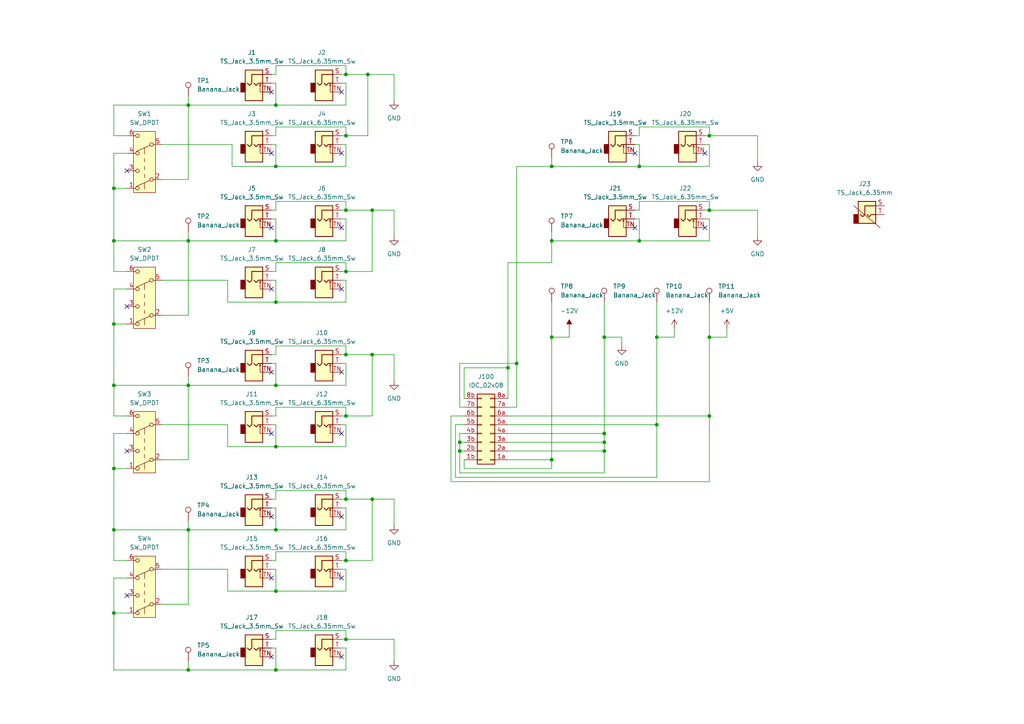
<source format=kicad_sch>
(kicad_sch (version 20231120) (generator "eeschema") (generator_version "8.0")
  (paper "A4")
  (lib_symbols
    (symbol "Synth_Stuff:Banana_Jack" (pin_numbers hide) (pin_names (offset 0.762) hide)
      (property "Reference" "TP" (at 2.54 4.5721 0))
      (property "Value" "Banana_Jack" (at 2.54 2.0321 0))
      (symbol "Banana_Jack_0_1"
        (circle (center 0 3.302) (radius 0.762))
      )
      (symbol "Banana_Jack_1_1"
        (pin passive line (at 0 0 90) (length 2.54) (name "1") (number "1"))
      )
    )
    (symbol "Synth_Stuff:Eurorack_Power_Connector_16Pin" (pin_names (offset 1.016) hide)
      (property "Reference" "J" (at 1.27 -16.51 0))
      (property "Value" "IDC_02x08" (at 1.27 -13.97 0))
      (symbol "Eurorack_Power_Connector_16Pin_1_1"
        (rectangle (start -1.27 -10.033) (end 0 -10.287) (stroke (width 0.1524)))
        (rectangle (start -1.27 -7.493) (end 0 -7.747) (stroke (width 0.1524)))
        (rectangle (start -1.27 -4.953) (end 0 -5.207) (stroke (width 0.1524)))
        (rectangle (start -1.27 -2.413) (end 0 -2.667) (stroke (width 0.1524)))
        (rectangle (start -1.27 0.127) (end 0 -0.127) (stroke (width 0.1524)))
        (rectangle (start -1.27 2.667) (end 0 2.413) (stroke (width 0.1524)))
        (rectangle (start -1.27 5.207) (end 0 4.953) (stroke (width 0.1524)))
        (rectangle (start -1.27 7.747) (end 0 7.493) (stroke (width 0.1524)))
        (rectangle (start -1.27 8.89) (end 3.81 -11.43) (stroke (width 0.254)) (fill (type background)))
        (rectangle (start 3.81 -10.033) (end 2.54 -10.287) (stroke (width 0.1524)))
        (rectangle (start 3.81 -7.493) (end 2.54 -7.747) (stroke (width 0.1524)))
        (rectangle (start 3.81 -4.953) (end 2.54 -5.207) (stroke (width 0.1524)))
        (rectangle (start 3.81 -2.413) (end 2.54 -2.667) (stroke (width 0.1524)))
        (rectangle (start 3.81 0.127) (end 2.54 -0.127) (stroke (width 0.1524)))
        (rectangle (start 3.81 2.667) (end 2.54 2.413) (stroke (width 0.1524)))
        (rectangle (start 3.81 5.207) (end 2.54 4.953) (stroke (width 0.1524)))
        (rectangle (start 3.81 7.747) (end 2.54 7.493) (stroke (width 0.1524)))
        (pin power_out line (at -5.08 7.62 0) (length 3.81) (name "Pin_1a") (number "1a"))
        (pin passive line (at 7.62 7.62 180) (length 3.81) (name "Pin_1b") (number "1b"))
        (pin power_out line (at -5.08 5.08 0) (length 3.81) (name "Pin_2a") (number "2a"))
        (pin passive line (at 7.62 5.08 180) (length 3.81) (name "Pin_2b") (number "2b"))
        (pin passive line (at -5.08 2.54 0) (length 3.81) (name "Pin_3a") (number "3a"))
        (pin passive line (at 7.62 2.54 180) (length 3.81) (name "Pin_3b") (number "3b"))
        (pin passive line (at -5.08 0 0) (length 3.81) (name "Pin_4a") (number "4a"))
        (pin passive line (at 7.62 0 180) (length 3.81) (name "Pin_4b") (number "4b"))
        (pin power_out line (at -5.08 -2.54 0) (length 3.81) (name "Pin_5a") (number "5a"))
        (pin passive line (at 7.62 -2.54 180) (length 3.81) (name "Pin_5b") (number "5b"))
        (pin power_out line (at -5.08 -5.08 0) (length 3.81) (name "Pin_6a") (number "6a"))
        (pin passive line (at 7.62 -5.08 180) (length 3.81) (name "Pin_6b") (number "6b"))
        (pin passive line (at -5.08 -7.62 0) (length 3.81) (name "Pin_7a") (number "7a"))
        (pin passive line (at 7.62 -7.62 180) (length 3.81) (name "Pin_7b") (number "7b"))
        (pin passive line (at -5.08 -10.16 0) (length 3.81) (name "Pin_8a") (number "8a"))
        (pin passive line (at 7.62 -10.16 180) (length 3.81) (name "Pin_8b") (number "8b"))
      )
    )
    (symbol "Synth_Stuff:Switch_DPDT" (pin_names (offset 0) hide)
      (property "Reference" "SW" (at 0 -13.97 0))
      (property "Value" "SW_DPDT" (at 0 -11.43 0))
      (symbol "Switch_DPDT_0_0"
        (circle (center -2.032 -5.08) (radius 0.508))
        (circle (center -2.032 5.08) (radius 0.508))
        (circle (center 2.032 -7.62) (radius 0.508))
        (circle (center 2.032 2.54) (radius 0.508))
      )
      (symbol "Switch_DPDT_0_1"
        (polyline (pts (xy -1.524 -4.826) (xy 2.3368 -3.0988)))
        (polyline (pts (xy -1.524 5.334) (xy 2.3368 7.0612)))
        (polyline (pts (xy 0 -2.286) (xy 0 -4.064)))
        (polyline (pts (xy 0 -1.016) (xy 0 0)))
        (polyline (pts (xy 0 1.27) (xy 0 2.286)))
        (polyline (pts (xy 0 3.556) (xy 0 4.572)))
        (polyline (pts (xy 0 7.874) (xy 0 6.096)))
        (circle (center 2.032 -2.54) (radius 0.508))
        (circle (center 2.032 7.62) (radius 0.508))
      )
      (symbol "Switch_DPDT_1_1"
        (rectangle (start -3.175 8.89) (end 3.175 -8.89) (fill (type background)))
        (pin passive line (at 5.08 7.62 180) (length 2.54) (name "A") (number "1"))
        (pin passive line (at -5.08 5.08 0) (length 2.54) (name "B") (number "2"))
        (pin passive line (at 5.08 2.54 180) (length 2.54) (name "C") (number "3"))
        (pin passive line (at 5.08 -2.54 180) (length 2.54) (name "A") (number "4"))
        (pin passive line (at -5.08 -5.08 0) (length 2.54) (name "B") (number "5"))
        (pin passive line (at 5.08 -7.62 180) (length 2.54) (name "C") (number "6"))
      )
    )
    (symbol "Synth_Stuff:TS_Jack_3.5mm_Sw"
      (property "Reference" "J" (at -0.635 8.89 0))
      (property "Value" "TS_Jack_3.5mm_Sw" (at -0.635 6.35 0))
      (symbol "TS_Jack_3.5mm_Sw_0_1"
        (rectangle (start -2.54 0) (end -3.81 -2.54) (stroke (width 0.254)) (fill (type outline)))
        (polyline (pts (xy 1.778 -0.254) (xy 2.032 -0.762)))
        (polyline (pts (xy 0 0) (xy 0.635 -0.635) (xy 1.27 0) (xy 2.54 0)) (stroke (width 0.254)))
        (polyline (pts (xy 2.54 -2.54) (xy 1.778 -2.54) (xy 1.778 -0.254) (xy 1.524 -0.762)))
        (polyline (pts (xy 2.54 2.54) (xy -0.635 2.54) (xy -0.635 0) (xy -1.27 -0.635) (xy -1.905 0)) (stroke (width 0.254)))
        (rectangle (start 2.54 3.81) (end -2.54 -5.08) (stroke (width 0.254)) (fill (type background)))
      )
      (symbol "TS_Jack_3.5mm_Sw_1_1"
        (pin passive line (at 5.08 2.54 180) (length 2.54) (name "~") (number "S"))
        (pin passive line (at 5.08 0 180) (length 2.54) (name "~") (number "T"))
        (pin passive line (at 5.08 -2.54 180) (length 2.54) (name "~") (number "TN"))
      )
    )
    (symbol "Synth_Stuff:TS_Jack_6.35mm"
      (property "Reference" "J" (at -0.635 8.89 0))
      (property "Value" "TS_Jack_6.35mm" (at -0.635 6.35 0))
      (symbol "TS_Jack_6.35mm_0_1"
        (rectangle (start -3.81 0) (end -2.54 -2.54) (stroke (width 0.254)) (fill (type outline)))
        (rectangle (start -2.54 3.81) (end 2.54 -2.54) (stroke (width 0.254)) (fill (type background)))
        (polyline (pts (xy 3.81 -3.81) (xy -3.81 2.54)))
        (polyline (pts (xy 0 0) (xy 0.635 -0.635) (xy 1.27 0) (xy 2.54 0)) (stroke (width 0.254)))
        (polyline (pts (xy 2.54 2.54) (xy -0.635 2.54) (xy -0.635 0) (xy -1.27 -0.635) (xy -1.905 0)) (stroke (width 0.254)))
      )
      (symbol "TS_Jack_6.35mm_1_1"
        (pin passive line (at 5.08 2.54 180) (length 2.54) (name "~") (number "S"))
        (pin passive line (at 5.08 0 180) (length 2.54) (name "~") (number "T"))
      )
    )
    (symbol "Synth_Stuff:TS_Jack_6.35mm_Sw"
      (property "Reference" "J" (at -0.635 8.89 0))
      (property "Value" "TS_Jack_6.35mm_Sw" (at -0.635 6.35 0))
      (symbol "TS_Jack_6.35mm_Sw_0_1"
        (rectangle (start -2.54 0) (end -3.81 -2.54) (stroke (width 0.254)) (fill (type outline)))
        (polyline (pts (xy 1.778 -0.254) (xy 2.032 -0.762)))
        (polyline (pts (xy 0 0) (xy 0.635 -0.635) (xy 1.27 0) (xy 2.54 0)) (stroke (width 0.254)))
        (polyline (pts (xy 2.54 -2.54) (xy 1.778 -2.54) (xy 1.778 -0.254) (xy 1.524 -0.762)))
        (polyline (pts (xy 2.54 2.54) (xy -0.635 2.54) (xy -0.635 0) (xy -1.27 -0.635) (xy -1.905 0)) (stroke (width 0.254)))
        (rectangle (start 2.54 3.81) (end -2.54 -5.08) (stroke (width 0.254)) (fill (type background)))
      )
      (symbol "TS_Jack_6.35mm_Sw_1_1"
        (pin passive line (at 5.08 2.54 180) (length 2.54) (name "~") (number "S"))
        (pin passive line (at 5.08 0 180) (length 2.54) (name "~") (number "T"))
        (pin passive line (at 5.08 -2.54 180) (length 2.54) (name "~") (number "TN"))
      )
    )
    (symbol "power:+12V" (power) (pin_numbers hide) (pin_names (offset 0) hide)
      (property "Value" "+12V" (at 0 3.556 0))
      (symbol "+12V_0_1"
        (polyline (pts (xy -0.762 1.27) (xy 0 2.54)))
        (polyline (pts (xy 0 0) (xy 0 2.54)))
        (polyline (pts (xy 0 2.54) (xy 0.762 1.27)))
      )
      (symbol "+12V_1_1"
        (pin power_in line (at 0 0 90) (length 0) (name "~") (number "1"))
      )
    )
    (symbol "power:+5V" (power) (pin_numbers hide) (pin_names (offset 0) hide)
      (property "Value" "+5V" (at 0 3.556 0))
      (symbol "+5V_0_1"
        (polyline (pts (xy -0.762 1.27) (xy 0 2.54)))
        (polyline (pts (xy 0 0) (xy 0 2.54)))
        (polyline (pts (xy 0 2.54) (xy 0.762 1.27)))
      )
      (symbol "+5V_1_1"
        (pin power_in line (at 0 0 90) (length 0) (name "~") (number "1"))
      )
    )
    (symbol "power:-12V" (power) (pin_numbers hide) (pin_names (offset 0) hide)
      (property "Value" "-12V" (at 0 3.556 0))
      (symbol "-12V_0_0"
        (pin power_in line (at 0 0 90) (length 0) (name "~") (number "1"))
      )
      (symbol "-12V_0_1"
        (polyline (pts (xy 0 0) (xy 0 1.27) (xy 0.762 1.27) (xy 0 2.54) (xy -0.762 1.27) (xy 0 1.27)) (fill (type outline)))
      )
    )
    (symbol "power:GND" (power) (pin_numbers hide) (pin_names (offset 0) hide)
      (property "Value" "GND" (at 0 -3.81 0))
      (symbol "GND_0_1"
        (polyline (pts (xy 0 0) (xy 0 -1.27) (xy 1.27 -1.27) (xy 0 -2.54) (xy -1.27 -1.27) (xy 0 -1.27)))
      )
      (symbol "GND_1_1"
        (pin power_in line (at 0 0 270) (length 0) (name "~") (number "1"))
      )
    )
  )
  (junction (at 190.5 123.19))
  (junction (at 175.26 128.27))
  (junction (at 205.74 60.96))
  (junction (at 33.02 93.98))
  (junction (at 100.33 78.74))
  (junction (at 160.02 48.26))
  (junction (at 133.35 130.81))
  (junction (at 175.26 97.79))
  (junction (at 100.33 21.59))
  (junction (at 54.61 111.76))
  (junction (at 80.01 171.45))
  (junction (at 160.02 97.79))
  (junction (at 107.95 102.87))
  (junction (at 185.42 69.85))
  (junction (at 33.02 69.85))
  (junction (at 80.01 153.67))
  (junction (at 80.01 30.48))
  (junction (at 54.61 30.48))
  (junction (at 190.5 97.79))
  (junction (at 100.33 102.87))
  (junction (at 80.01 129.54))
  (junction (at 185.42 48.26))
  (junction (at 100.33 120.65))
  (junction (at 175.26 130.81))
  (junction (at 205.74 97.79))
  (junction (at 54.61 194.31))
  (junction (at 107.95 60.96))
  (junction (at 80.01 69.85))
  (junction (at 160.02 133.35))
  (junction (at 133.35 128.27))
  (junction (at 54.61 153.67))
  (junction (at 80.01 194.31))
  (junction (at 33.02 153.67))
  (junction (at 106.68 21.59))
  (junction (at 147.32 106.68))
  (junction (at 205.74 120.65))
  (junction (at 107.95 144.78))
  (junction (at 100.33 39.37))
  (junction (at 149.86 105.41))
  (junction (at 33.02 111.76))
  (junction (at 33.02 135.89))
  (junction (at 80.01 111.76))
  (junction (at 100.33 144.78))
  (junction (at 175.26 125.73))
  (junction (at 80.01 87.63))
  (junction (at 80.01 48.26))
  (junction (at 160.02 69.85))
  (junction (at 100.33 185.42))
  (junction (at 54.61 69.85))
  (junction (at 33.02 177.8))
  (junction (at 205.74 39.37))
  (junction (at 33.02 54.61))
  (junction (at 100.33 162.56))
  (junction (at 100.33 60.96))
  (no_connect (at 184.15 66.04))
  (no_connect (at 99.06 190.5))
  (no_connect (at 78.74 149.86))
  (no_connect (at 99.06 44.45))
  (no_connect (at 99.06 107.95))
  (no_connect (at 99.06 167.64))
  (no_connect (at 78.74 44.45))
  (no_connect (at 36.83 88.9))
  (no_connect (at 78.74 167.64))
  (no_connect (at 204.47 66.04))
  (no_connect (at 78.74 83.82))
  (no_connect (at 36.83 49.53))
  (no_connect (at 99.06 125.73))
  (no_connect (at 78.74 26.67))
  (no_connect (at 99.06 26.67))
  (no_connect (at 36.83 172.72))
  (no_connect (at 99.06 83.82))
  (no_connect (at 78.74 107.95))
  (no_connect (at 36.83 130.81))
  (no_connect (at 99.06 149.86))
  (no_connect (at 78.74 125.73))
  (no_connect (at 204.47 44.45))
  (no_connect (at 78.74 190.5))
  (no_connect (at 78.74 66.04))
  (no_connect (at 184.15 44.45))
  (no_connect (at 99.06 66.04))
  (wire (pts (xy 78.74 123.19) (xy 80.01 123.19)))
  (wire (pts (xy 99.06 21.59) (xy 100.33 21.59)))
  (wire (pts (xy 100.33 19.05) (xy 100.33 21.59)))
  (wire (pts (xy 54.61 133.35) (xy 54.61 111.76)))
  (wire (pts (xy 36.83 44.45) (xy 33.02 44.45)))
  (wire (pts (xy 33.02 44.45) (xy 33.02 54.61)))
  (wire (pts (xy 100.33 171.45) (xy 100.33 165.1)))
  (wire (pts (xy 33.02 54.61) (xy 36.83 54.61)))
  (wire (pts (xy 46.99 52.07) (xy 54.61 52.07)))
  (wire (pts (xy 67.31 41.91) (xy 67.31 48.26)))
  (wire (pts (xy 134.62 135.89) (xy 160.02 135.89)))
  (wire (pts (xy 219.71 46.99) (xy 219.71 39.37)))
  (wire (pts (xy 205.74 41.91) (xy 204.47 41.91)))
  (wire (pts (xy 106.68 21.59) (xy 106.68 39.37)))
  (wire (pts (xy 100.33 63.5) (xy 99.06 63.5)))
  (wire (pts (xy 80.01 58.42) (xy 80.01 60.96)))
  (wire (pts (xy 80.01 153.67) (xy 100.33 153.67)))
  (wire (pts (xy 99.06 102.87) (xy 100.33 102.87)))
  (wire (pts (xy 100.33 147.32) (xy 100.33 153.67)))
  (wire (pts (xy 175.26 137.16) (xy 175.26 130.81)))
  (wire (pts (xy 54.61 175.26) (xy 54.61 153.67)))
  (wire (pts (xy 80.01 142.24) (xy 80.01 144.78)))
  (wire (pts (xy 147.32 115.57) (xy 147.32 106.68)))
  (wire (pts (xy 130.81 120.65) (xy 130.81 139.7)))
  (wire (pts (xy 165.1 97.79) (xy 160.02 97.79)))
  (wire (pts (xy 36.83 83.82) (xy 33.02 83.82)))
  (wire (pts (xy 205.74 39.37) (xy 219.71 39.37)))
  (wire (pts (xy 100.33 48.26) (xy 100.33 41.91)))
  (wire (pts (xy 46.99 123.19) (xy 66.04 123.19)))
  (wire (pts (xy 160.02 135.89) (xy 160.02 133.35)))
  (wire (pts (xy 204.47 60.96) (xy 205.74 60.96)))
  (wire (pts (xy 80.01 87.63) (xy 100.33 87.63)))
  (wire (pts (xy 133.35 128.27) (xy 133.35 130.81)))
  (wire (pts (xy 149.86 105.41) (xy 149.86 48.26)))
  (wire (pts (xy 78.74 147.32) (xy 80.01 147.32)))
  (wire (pts (xy 106.68 21.59) (xy 114.3 21.59)))
  (wire (pts (xy 36.83 78.74) (xy 33.02 78.74)))
  (wire (pts (xy 114.3 21.59) (xy 114.3 29.21)))
  (wire (pts (xy 205.74 97.79) (xy 205.74 120.65)))
  (wire (pts (xy 46.99 133.35) (xy 54.61 133.35)))
  (wire (pts (xy 175.26 87.63) (xy 175.26 97.79)))
  (wire (pts (xy 80.01 111.76) (xy 100.33 111.76)))
  (wire (pts (xy 33.02 69.85) (xy 54.61 69.85)))
  (wire (pts (xy 134.62 130.81) (xy 133.35 130.81)))
  (wire (pts (xy 36.83 125.73) (xy 33.02 125.73)))
  (wire (pts (xy 80.01 78.74) (xy 78.74 78.74)))
  (wire (pts (xy 78.74 105.41) (xy 80.01 105.41)))
  (wire (pts (xy 46.99 91.44) (xy 54.61 91.44)))
  (wire (pts (xy 185.42 41.91) (xy 185.42 48.26)))
  (wire (pts (xy 54.61 153.67) (xy 54.61 151.13)))
  (wire (pts (xy 114.3 144.78) (xy 114.3 152.4)))
  (wire (pts (xy 80.01 76.2) (xy 100.33 76.2)))
  (wire (pts (xy 175.26 97.79) (xy 175.26 125.73)))
  (wire (pts (xy 80.01 171.45) (xy 100.33 171.45)))
  (wire (pts (xy 160.02 69.85) (xy 160.02 67.31)))
  (wire (pts (xy 66.04 81.28) (xy 66.04 87.63)))
  (wire (pts (xy 80.01 142.24) (xy 100.33 142.24)))
  (wire (pts (xy 54.61 153.67) (xy 80.01 153.67)))
  (wire (pts (xy 185.42 69.85) (xy 205.74 69.85)))
  (wire (pts (xy 107.95 144.78) (xy 114.3 144.78)))
  (wire (pts (xy 66.04 129.54) (xy 80.01 129.54)))
  (wire (pts (xy 114.3 102.87) (xy 114.3 110.49)))
  (wire (pts (xy 78.74 24.13) (xy 80.01 24.13)))
  (wire (pts (xy 33.02 125.73) (xy 33.02 135.89)))
  (wire (pts (xy 205.74 58.42) (xy 205.74 60.96)))
  (wire (pts (xy 147.32 128.27) (xy 175.26 128.27)))
  (wire (pts (xy 33.02 135.89) (xy 33.02 153.67)))
  (wire (pts (xy 80.01 118.11) (xy 100.33 118.11)))
  (wire (pts (xy 80.01 182.88) (xy 80.01 185.42)))
  (wire (pts (xy 100.33 105.41) (xy 100.33 111.76)))
  (wire (pts (xy 36.83 120.65) (xy 33.02 120.65)))
  (wire (pts (xy 134.62 106.68) (xy 147.32 106.68)))
  (wire (pts (xy 190.5 123.19) (xy 190.5 97.79)))
  (wire (pts (xy 114.3 185.42) (xy 114.3 191.77)))
  (wire (pts (xy 205.74 63.5) (xy 204.47 63.5)))
  (wire (pts (xy 160.02 45.72) (xy 160.02 48.26)))
  (wire (pts (xy 185.42 39.37) (xy 184.15 39.37)))
  (wire (pts (xy 205.74 63.5) (xy 205.74 69.85)))
  (wire (pts (xy 80.01 19.05) (xy 80.01 21.59)))
  (wire (pts (xy 46.99 81.28) (xy 66.04 81.28)))
  (wire (pts (xy 80.01 69.85) (xy 100.33 69.85)))
  (wire (pts (xy 134.62 123.19) (xy 132.08 123.19)))
  (wire (pts (xy 78.74 165.1) (xy 80.01 165.1)))
  (wire (pts (xy 33.02 177.8) (xy 33.02 194.31)))
  (wire (pts (xy 80.01 182.88) (xy 100.33 182.88)))
  (wire (pts (xy 100.33 105.41) (xy 99.06 105.41)))
  (wire (pts (xy 33.02 93.98) (xy 33.02 111.76)))
  (wire (pts (xy 100.33 76.2) (xy 100.33 78.74)))
  (wire (pts (xy 107.95 60.96) (xy 107.95 78.74)))
  (wire (pts (xy 133.35 130.81) (xy 133.35 137.16)))
  (wire (pts (xy 80.01 76.2) (xy 80.01 78.74)))
  (wire (pts (xy 80.01 162.56) (xy 78.74 162.56)))
  (wire (pts (xy 80.01 48.26) (xy 100.33 48.26)))
  (wire (pts (xy 80.01 63.5) (xy 80.01 69.85)))
  (wire (pts (xy 33.02 30.48) (xy 54.61 30.48)))
  (wire (pts (xy 46.99 175.26) (xy 54.61 175.26)))
  (wire (pts (xy 80.01 21.59) (xy 78.74 21.59)))
  (wire (pts (xy 99.06 39.37) (xy 100.33 39.37)))
  (wire (pts (xy 205.74 48.26) (xy 205.74 41.91)))
  (wire (pts (xy 80.01 100.33) (xy 80.01 102.87)))
  (wire (pts (xy 54.61 69.85) (xy 54.61 67.31)))
  (wire (pts (xy 195.58 95.25) (xy 195.58 97.79)))
  (wire (pts (xy 100.33 39.37) (xy 106.68 39.37)))
  (wire (pts (xy 107.95 102.87) (xy 114.3 102.87)))
  (wire (pts (xy 54.61 111.76) (xy 54.61 109.22)))
  (wire (pts (xy 54.61 69.85) (xy 54.61 91.44)))
  (wire (pts (xy 80.01 147.32) (xy 80.01 153.67)))
  (wire (pts (xy 185.42 36.83) (xy 185.42 39.37)))
  (wire (pts (xy 134.62 128.27) (xy 133.35 128.27)))
  (wire (pts (xy 54.61 111.76) (xy 80.01 111.76)))
  (wire (pts (xy 210.82 97.79) (xy 205.74 97.79)))
  (wire (pts (xy 36.83 135.89) (xy 33.02 135.89)))
  (wire (pts (xy 205.74 87.63) (xy 205.74 97.79)))
  (wire (pts (xy 80.01 81.28) (xy 80.01 87.63)))
  (wire (pts (xy 185.42 58.42) (xy 185.42 60.96)))
  (wire (pts (xy 134.62 118.11) (xy 133.35 118.11)))
  (wire (pts (xy 80.01 120.65) (xy 78.74 120.65)))
  (wire (pts (xy 80.01 58.42) (xy 100.33 58.42)))
  (wire (pts (xy 80.01 41.91) (xy 80.01 48.26)))
  (wire (pts (xy 100.33 118.11) (xy 100.33 120.65)))
  (wire (pts (xy 204.47 39.37) (xy 205.74 39.37)))
  (wire (pts (xy 190.5 123.19) (xy 190.5 138.43)))
  (wire (pts (xy 33.02 120.65) (xy 33.02 111.76)))
  (wire (pts (xy 133.35 137.16) (xy 175.26 137.16)))
  (wire (pts (xy 100.33 144.78) (xy 107.95 144.78)))
  (wire (pts (xy 132.08 138.43) (xy 190.5 138.43)))
  (wire (pts (xy 100.33 24.13) (xy 99.06 24.13)))
  (wire (pts (xy 100.33 102.87) (xy 107.95 102.87)))
  (wire (pts (xy 100.33 165.1) (xy 99.06 165.1)))
  (wire (pts (xy 36.83 167.64) (xy 33.02 167.64)))
  (wire (pts (xy 67.31 48.26) (xy 80.01 48.26)))
  (wire (pts (xy 147.32 118.11) (xy 149.86 118.11)))
  (wire (pts (xy 78.74 187.96) (xy 80.01 187.96)))
  (wire (pts (xy 80.01 105.41) (xy 80.01 111.76)))
  (wire (pts (xy 185.42 36.83) (xy 205.74 36.83)))
  (wire (pts (xy 149.86 48.26) (xy 160.02 48.26)))
  (wire (pts (xy 80.01 185.42) (xy 78.74 185.42)))
  (wire (pts (xy 80.01 24.13) (xy 80.01 30.48)))
  (wire (pts (xy 80.01 36.83) (xy 80.01 39.37)))
  (wire (pts (xy 54.61 30.48) (xy 54.61 27.94)))
  (wire (pts (xy 54.61 194.31) (xy 80.01 194.31)))
  (wire (pts (xy 80.01 165.1) (xy 80.01 171.45)))
  (wire (pts (xy 132.08 123.19) (xy 132.08 138.43)))
  (wire (pts (xy 149.86 118.11) (xy 149.86 105.41)))
  (wire (pts (xy 99.06 185.42) (xy 100.33 185.42)))
  (wire (pts (xy 147.32 76.2) (xy 160.02 76.2)))
  (wire (pts (xy 100.33 63.5) (xy 100.33 69.85)))
  (wire (pts (xy 78.74 81.28) (xy 80.01 81.28)))
  (wire (pts (xy 33.02 167.64) (xy 33.02 177.8)))
  (wire (pts (xy 80.01 39.37) (xy 78.74 39.37)))
  (wire (pts (xy 80.01 194.31) (xy 100.33 194.31)))
  (wire (pts (xy 219.71 60.96) (xy 219.71 68.58)))
  (wire (pts (xy 147.32 106.68) (xy 147.32 76.2)))
  (wire (pts (xy 175.26 128.27) (xy 175.26 130.81)))
  (wire (pts (xy 160.02 69.85) (xy 185.42 69.85)))
  (wire (pts (xy 99.06 78.74) (xy 100.33 78.74)))
  (wire (pts (xy 185.42 63.5) (xy 185.42 69.85)))
  (wire (pts (xy 100.33 123.19) (xy 99.06 123.19)))
  (wire (pts (xy 100.33 120.65) (xy 107.95 120.65)))
  (wire (pts (xy 107.95 144.78) (xy 107.95 162.56)))
  (wire (pts (xy 160.02 133.35) (xy 147.32 133.35)))
  (wire (pts (xy 133.35 125.73) (xy 133.35 128.27)))
  (wire (pts (xy 175.26 125.73) (xy 175.26 128.27)))
  (wire (pts (xy 99.06 162.56) (xy 100.33 162.56)))
  (wire (pts (xy 78.74 41.91) (xy 80.01 41.91)))
  (wire (pts (xy 80.01 36.83) (xy 100.33 36.83)))
  (wire (pts (xy 99.06 120.65) (xy 100.33 120.65)))
  (wire (pts (xy 33.02 177.8) (xy 36.83 177.8)))
  (wire (pts (xy 33.02 111.76) (xy 54.61 111.76)))
  (wire (pts (xy 100.33 81.28) (xy 99.06 81.28)))
  (wire (pts (xy 46.99 165.1) (xy 66.04 165.1)))
  (wire (pts (xy 184.15 41.91) (xy 185.42 41.91)))
  (wire (pts (xy 80.01 160.02) (xy 80.01 162.56)))
  (wire (pts (xy 134.62 120.65) (xy 130.81 120.65)))
  (wire (pts (xy 100.33 87.63) (xy 100.33 81.28)))
  (wire (pts (xy 99.06 144.78) (xy 100.33 144.78)))
  (wire (pts (xy 100.33 36.83) (xy 100.33 39.37)))
  (wire (pts (xy 80.01 187.96) (xy 80.01 194.31)))
  (wire (pts (xy 160.02 48.26) (xy 185.42 48.26)))
  (wire (pts (xy 134.62 133.35) (xy 134.62 135.89)))
  (wire (pts (xy 134.62 125.73) (xy 133.35 125.73)))
  (wire (pts (xy 80.01 129.54) (xy 100.33 129.54)))
  (wire (pts (xy 185.42 48.26) (xy 205.74 48.26)))
  (wire (pts (xy 180.34 97.79) (xy 180.34 100.33)))
  (wire (pts (xy 33.02 93.98) (xy 36.83 93.98)))
  (wire (pts (xy 107.95 60.96) (xy 114.3 60.96)))
  (wire (pts (xy 147.32 123.19) (xy 190.5 123.19)))
  (wire (pts (xy 185.42 58.42) (xy 205.74 58.42)))
  (wire (pts (xy 100.33 21.59) (xy 106.68 21.59)))
  (wire (pts (xy 33.02 194.31) (xy 54.61 194.31)))
  (wire (pts (xy 33.02 153.67) (xy 54.61 153.67)))
  (wire (pts (xy 160.02 97.79) (xy 160.02 87.63)))
  (wire (pts (xy 184.15 63.5) (xy 185.42 63.5)))
  (wire (pts (xy 36.83 162.56) (xy 33.02 162.56)))
  (wire (pts (xy 33.02 162.56) (xy 33.02 153.67)))
  (wire (pts (xy 33.02 83.82) (xy 33.02 93.98)))
  (wire (pts (xy 160.02 97.79) (xy 160.02 133.35)))
  (wire (pts (xy 147.32 125.73) (xy 175.26 125.73)))
  (wire (pts (xy 100.33 24.13) (xy 100.33 30.48)))
  (wire (pts (xy 80.01 19.05) (xy 100.33 19.05)))
  (wire (pts (xy 165.1 95.25) (xy 165.1 97.79)))
  (wire (pts (xy 100.33 41.91) (xy 99.06 41.91)))
  (wire (pts (xy 190.5 97.79) (xy 195.58 97.79)))
  (wire (pts (xy 66.04 87.63) (xy 80.01 87.63)))
  (wire (pts (xy 100.33 78.74) (xy 107.95 78.74)))
  (wire (pts (xy 180.34 97.79) (xy 175.26 97.79)))
  (wire (pts (xy 100.33 182.88) (xy 100.33 185.42)))
  (wire (pts (xy 133.35 118.11) (xy 133.35 105.41)))
  (wire (pts (xy 205.74 60.96) (xy 219.71 60.96)))
  (wire (pts (xy 100.33 160.02) (xy 100.33 162.56)))
  (wire (pts (xy 100.33 187.96) (xy 99.06 187.96)))
  (wire (pts (xy 100.33 129.54) (xy 100.33 123.19)))
  (wire (pts (xy 80.01 144.78) (xy 78.74 144.78)))
  (wire (pts (xy 80.01 102.87) (xy 78.74 102.87)))
  (wire (pts (xy 80.01 100.33) (xy 100.33 100.33)))
  (wire (pts (xy 210.82 95.25) (xy 210.82 97.79)))
  (wire (pts (xy 80.01 160.02) (xy 100.33 160.02)))
  (wire (pts (xy 100.33 185.42) (xy 114.3 185.42)))
  (wire (pts (xy 36.83 39.37) (xy 33.02 39.37)))
  (wire (pts (xy 33.02 69.85) (xy 33.02 78.74)))
  (wire (pts (xy 66.04 123.19) (xy 66.04 129.54)))
  (wire (pts (xy 100.33 187.96) (xy 100.33 194.31)))
  (wire (pts (xy 100.33 58.42) (xy 100.33 60.96)))
  (wire (pts (xy 130.81 139.7) (xy 205.74 139.7)))
  (wire (pts (xy 78.74 63.5) (xy 80.01 63.5)))
  (wire (pts (xy 66.04 165.1) (xy 66.04 171.45)))
  (wire (pts (xy 80.01 123.19) (xy 80.01 129.54)))
  (wire (pts (xy 100.33 60.96) (xy 107.95 60.96)))
  (wire (pts (xy 100.33 100.33) (xy 100.33 102.87)))
  (wire (pts (xy 66.04 171.45) (xy 80.01 171.45)))
  (wire (pts (xy 33.02 39.37) (xy 33.02 30.48)))
  (wire (pts (xy 80.01 60.96) (xy 78.74 60.96)))
  (wire (pts (xy 54.61 30.48) (xy 54.61 52.07)))
  (wire (pts (xy 185.42 60.96) (xy 184.15 60.96)))
  (wire (pts (xy 134.62 115.57) (xy 134.62 106.68)))
  (wire (pts (xy 54.61 69.85) (xy 80.01 69.85)))
  (wire (pts (xy 80.01 118.11) (xy 80.01 120.65)))
  (wire (pts (xy 33.02 54.61) (xy 33.02 69.85)))
  (wire (pts (xy 205.74 36.83) (xy 205.74 39.37)))
  (wire (pts (xy 205.74 139.7) (xy 205.74 120.65)))
  (wire (pts (xy 205.74 120.65) (xy 147.32 120.65)))
  (wire (pts (xy 100.33 142.24) (xy 100.33 144.78)))
  (wire (pts (xy 54.61 194.31) (xy 54.61 191.77)))
  (wire (pts (xy 100.33 147.32) (xy 99.06 147.32)))
  (wire (pts (xy 54.61 30.48) (xy 80.01 30.48)))
  (wire (pts (xy 99.06 60.96) (xy 100.33 60.96)))
  (wire (pts (xy 46.99 41.91) (xy 67.31 41.91)))
  (wire (pts (xy 160.02 76.2) (xy 160.02 69.85)))
  (wire (pts (xy 190.5 87.63) (xy 190.5 97.79)))
  (wire (pts (xy 114.3 60.96) (xy 114.3 68.58)))
  (wire (pts (xy 100.33 162.56) (xy 107.95 162.56)))
  (wire (pts (xy 175.26 130.81) (xy 147.32 130.81)))
  (wire (pts (xy 80.01 30.48) (xy 100.33 30.48)))
  (wire (pts (xy 133.35 105.41) (xy 149.86 105.41)))
  (wire (pts (xy 107.95 102.87) (xy 107.95 120.65)))
  (symbol (lib_id "Synth_Stuff:Banana_Jack") (at 175.26 87.63 0) (unit 1)
    (property "Reference" "TP9" (at 177.8 83.0579 0) (effects (justify left)))
    (property "Value" "Banana_Jack" (at 177.8 85.5979 0) (effects (justify left)))
    (property "Description" "Test Point to solder Banana Jack to" (effects (hide yes)))
  )
  (symbol (lib_id "Synth_Stuff:TS_Jack_6.35mm_Sw") (at 93.98 187.96 0) (unit 1)
    (property "Reference" "J18" (at 93.345 179.07 0))
    (property "Value" "TS_Jack_6.35mm_Sw" (at 93.345 181.61 0))
    (property "Description" "Audio Jack, 2 Poles (Mono / TS), Switched T Pole (Normalling), 6.35mm, 1/4inch" (effects (hide yes)))
  )
  (symbol (lib_id "Synth_Stuff:TS_Jack_3.5mm_Sw") (at 179.07 41.91 0) (unit 1)
    (property "Reference" "J19" (at 178.435 33.02 0))
    (property "Value" "TS_Jack_3.5mm_Sw" (at 178.435 35.56 0))
    (property "Description" "Audio Jack, 2 Poles (Mono / TS), Switched T Pole (Normalling), 3.5mm, 1/8inch" (effects (hide yes)))
  )
  (symbol (lib_id "Synth_Stuff:TS_Jack_6.35mm_Sw") (at 93.98 147.32 0) (unit 1)
    (property "Reference" "J14" (at 93.345 138.43 0))
    (property "Value" "TS_Jack_6.35mm_Sw" (at 93.345 140.97 0))
    (property "Description" "Audio Jack, 2 Poles (Mono / TS), Switched T Pole (Normalling), 6.35mm, 1/4inch" (effects (hide yes)))
  )
  (symbol (lib_id "Synth_Stuff:TS_Jack_3.5mm_Sw") (at 73.66 41.91 0) (unit 1)
    (property "Reference" "J3" (at 73.025 33.02 0))
    (property "Value" "TS_Jack_3.5mm_Sw" (at 73.025 35.56 0))
    (property "Description" "Audio Jack, 2 Poles (Mono / TS), Switched T Pole (Normalling), 3.5mm, 1/8inch" (effects (hide yes)))
  )
  (symbol (lib_id "Synth_Stuff:TS_Jack_3.5mm_Sw") (at 73.66 147.32 0) (unit 1)
    (property "Reference" "J13" (at 73.025 138.43 0))
    (property "Value" "TS_Jack_3.5mm_Sw" (at 73.025 140.97 0))
    (property "Description" "Audio Jack, 2 Poles (Mono / TS), Switched T Pole (Normalling), 3.5mm, 1/8inch" (effects (hide yes)))
  )
  (symbol (lib_id "Synth_Stuff:Eurorack_Power_Connector_16Pin") (at 142.24 125.73 180) (unit 1)
    (property "Reference" "J100" (at 140.97 109.22 0))
    (property "Value" "IDC_02x08" (at 140.97 111.76 0))
    (property "Footprint" "Connector_IDC:IDC-Header_2x08_P2.54mm_Vertical" (effects (hide yes)))
    (property "Description" "IDC jack, 2x8 pins, row a carries same signals as row b." (effects (hide yes)))
  )
  (symbol (lib_id "Synth_Stuff:TS_Jack_3.5mm_Sw") (at 73.66 24.13 0) (unit 1)
    (property "Reference" "J1" (at 73.025 15.24 0))
    (property "Value" "TS_Jack_3.5mm_Sw" (at 73.025 17.78 0))
    (property "Description" "Audio Jack, 2 Poles (Mono / TS), Switched T Pole (Normalling), 3.5mm, 1/8inch" (effects (hide yes)))
  )
  (symbol (lib_id "Synth_Stuff:TS_Jack_6.35mm_Sw") (at 199.39 41.91 0) (unit 1)
    (property "Reference" "J20" (at 198.755 33.02 0))
    (property "Value" "TS_Jack_6.35mm_Sw" (at 198.755 35.56 0))
    (property "Description" "Audio Jack, 2 Poles (Mono / TS), Switched T Pole (Normalling), 6.35mm, 1/4inch" (effects (hide yes)))
  )
  (symbol (lib_id "Synth_Stuff:Banana_Jack") (at 205.74 87.63 0) (unit 1)
    (property "Reference" "TP11" (at 208.28 83.0579 0) (effects (justify left)))
    (property "Value" "Banana_Jack" (at 208.28 85.5979 0) (effects (justify left)))
    (property "Description" "Test Point to solder Banana Jack to" (effects (hide yes)))
  )
  (symbol (lib_id "Synth_Stuff:TS_Jack_6.35mm") (at 251.46 62.23 0) (unit 1)
    (property "Reference" "J23" (at 250.825 53.34 0))
    (property "Value" "TS_Jack_6.35mm" (at 250.825 55.88 0))
    (property "Description" "Audio Jack, 2 Poles (Mono / TS)" (effects (hide yes)))
  )
  (symbol (lib_id "Synth_Stuff:TS_Jack_6.35mm_Sw") (at 93.98 105.41 0) (unit 1)
    (property "Reference" "J10" (at 93.345 96.52 0))
    (property "Value" "TS_Jack_6.35mm_Sw" (at 93.345 99.06 0))
    (property "Description" "Audio Jack, 2 Poles (Mono / TS), Switched T Pole (Normalling), 6.35mm, 1/4inch" (effects (hide yes)))
  )
  (symbol (lib_id "Synth_Stuff:Banana_Jack") (at 54.61 151.13 0) (unit 1)
    (property "Reference" "TP4" (at 57.15 146.5579 0) (effects (justify left)))
    (property "Value" "Banana_Jack" (at 57.15 149.0979 0) (effects (justify left)))
    (property "Description" "Test Point to solder Banana Jack to" (effects (hide yes)))
  )
  (symbol (lib_id "power:+12V") (at 195.58 95.25 0) (unit 1)
    (property "Reference" "#PWR09" (effects (hide yes)))
    (property "Value" "+12V" (at 195.58 90.17 0))
    (property "Description" "Power symbol creates a global label with name \"+12V\"" (effects (hide yes)))
  )
  (symbol (lib_id "Synth_Stuff:Banana_Jack") (at 190.5 87.63 0) (unit 1)
    (property "Reference" "TP10" (at 193.04 83.0579 0) (effects (justify left)))
    (property "Value" "Banana_Jack" (at 193.04 85.5979 0) (effects (justify left)))
    (property "Description" "Test Point to solder Banana Jack to" (effects (hide yes)))
  )
  (symbol (lib_id "power:GND") (at 114.3 110.49 0) (unit 1)
    (property "Reference" "#PWR03" (effects (hide yes)))
    (property "Value" "GND" (at 114.3 115.57 0))
    (property "Description" "Power symbol creates a global label with name \"GND\" , ground" (effects (hide yes)))
  )
  (symbol (lib_id "Synth_Stuff:TS_Jack_3.5mm_Sw") (at 73.66 165.1 0) (unit 1)
    (property "Reference" "J15" (at 73.025 156.21 0))
    (property "Value" "TS_Jack_3.5mm_Sw" (at 73.025 158.75 0))
    (property "Description" "Audio Jack, 2 Poles (Mono / TS), Switched T Pole (Normalling), 3.5mm, 1/8inch" (effects (hide yes)))
  )
  (symbol (lib_id "Synth_Stuff:Banana_Jack") (at 160.02 67.31 0) (unit 1)
    (property "Reference" "TP7" (at 162.56 62.7379 0) (effects (justify left)))
    (property "Value" "Banana_Jack" (at 162.56 65.2779 0) (effects (justify left)))
    (property "Description" "Test Point to solder Banana Jack to" (effects (hide yes)))
  )
  (symbol (lib_id "power:GND") (at 219.71 68.58 0) (unit 1)
    (property "Reference" "#PWR06" (effects (hide yes)))
    (property "Value" "GND" (at 219.71 73.66 0))
    (property "Description" "Power symbol creates a global label with name \"GND\" , ground" (effects (hide yes)))
  )
  (symbol (lib_id "Synth_Stuff:Switch_DPDT") (at 41.91 170.18 180) (unit 1)
    (property "Reference" "SW4" (at 41.91 156.21 0))
    (property "Value" "SW_DPDT" (at 41.91 158.75 0))
    (property "Description" "DPDT switch, can be ON-ON or ON-OFF-ON" (effects (hide yes)))
  )
  (symbol (lib_id "Synth_Stuff:TS_Jack_6.35mm_Sw") (at 93.98 81.28 0) (unit 1)
    (property "Reference" "J8" (at 93.345 72.39 0))
    (property "Value" "TS_Jack_6.35mm_Sw" (at 93.345 74.93 0))
    (property "Description" "Audio Jack, 2 Poles (Mono / TS), Switched T Pole (Normalling), 6.35mm, 1/4inch" (effects (hide yes)))
  )
  (symbol (lib_id "Synth_Stuff:TS_Jack_3.5mm_Sw") (at 73.66 105.41 0) (unit 1)
    (property "Reference" "J9" (at 73.025 96.52 0))
    (property "Value" "TS_Jack_3.5mm_Sw" (at 73.025 99.06 0))
    (property "Description" "Audio Jack, 2 Poles (Mono / TS), Switched T Pole (Normalling), 3.5mm, 1/8inch" (effects (hide yes)))
  )
  (symbol (lib_id "Synth_Stuff:TS_Jack_6.35mm_Sw") (at 199.39 63.5 0) (unit 1)
    (property "Reference" "J22" (at 198.755 54.61 0))
    (property "Value" "TS_Jack_6.35mm_Sw" (at 198.755 57.15 0))
    (property "Description" "Audio Jack, 2 Poles (Mono / TS), Switched T Pole (Normalling), 6.35mm, 1/4inch" (effects (hide yes)))
  )
  (symbol (lib_id "power:GND") (at 219.71 46.99 0) (unit 1)
    (property "Reference" "#PWR05" (effects (hide yes)))
    (property "Value" "GND" (at 219.71 52.07 0))
    (property "Description" "Power symbol creates a global label with name \"GND\" , ground" (effects (hide yes)))
  )
  (symbol (lib_id "power:GND") (at 114.3 29.21 0) (unit 1)
    (property "Reference" "#PWR01" (effects (hide yes)))
    (property "Value" "GND" (at 114.3 34.29 0))
    (property "Description" "Power symbol creates a global label with name \"GND\" , ground" (effects (hide yes)))
  )
  (symbol (lib_id "Synth_Stuff:TS_Jack_3.5mm_Sw") (at 179.07 63.5 0) (unit 1)
    (property "Reference" "J21" (at 178.435 54.61 0))
    (property "Value" "TS_Jack_3.5mm_Sw" (at 178.435 57.15 0))
    (property "Description" "Audio Jack, 2 Poles (Mono / TS), Switched T Pole (Normalling), 3.5mm, 1/8inch" (effects (hide yes)))
  )
  (symbol (lib_id "power:GND") (at 114.3 191.77 0) (unit 1)
    (property "Reference" "#PWR011" (effects (hide yes)))
    (property "Value" "GND" (at 114.3 196.85 0))
    (property "Description" "Power symbol creates a global label with name \"GND\" , ground" (effects (hide yes)))
  )
  (symbol (lib_id "Synth_Stuff:Banana_Jack") (at 54.61 27.94 0) (unit 1)
    (property "Reference" "TP1" (at 57.15 23.3679 0) (effects (justify left)))
    (property "Value" "Banana_Jack" (at 57.15 25.9079 0) (effects (justify left)))
    (property "Description" "Test Point to solder Banana Jack to" (effects (hide yes)))
  )
  (symbol (lib_id "power:GND") (at 114.3 152.4 0) (unit 1)
    (property "Reference" "#PWR04" (effects (hide yes)))
    (property "Value" "GND" (at 114.3 157.48 0))
    (property "Description" "Power symbol creates a global label with name \"GND\" , ground" (effects (hide yes)))
  )
  (symbol (lib_id "power:GND") (at 114.3 68.58 0) (unit 1)
    (property "Reference" "#PWR02" (effects (hide yes)))
    (property "Value" "GND" (at 114.3 73.66 0))
    (property "Description" "Power symbol creates a global label with name \"GND\" , ground" (effects (hide yes)))
  )
  (symbol (lib_id "Synth_Stuff:TS_Jack_6.35mm_Sw") (at 93.98 63.5 0) (unit 1)
    (property "Reference" "J6" (at 93.345 54.61 0))
    (property "Value" "TS_Jack_6.35mm_Sw" (at 93.345 57.15 0))
    (property "Description" "Audio Jack, 2 Poles (Mono / TS), Switched T Pole (Normalling), 6.35mm, 1/4inch" (effects (hide yes)))
  )
  (symbol (lib_id "Synth_Stuff:TS_Jack_3.5mm_Sw") (at 73.66 123.19 0) (unit 1)
    (property "Reference" "J11" (at 73.025 114.3 0))
    (property "Value" "TS_Jack_3.5mm_Sw" (at 73.025 116.84 0))
    (property "Description" "Audio Jack, 2 Poles (Mono / TS), Switched T Pole (Normalling), 3.5mm, 1/8inch" (effects (hide yes)))
  )
  (symbol (lib_id "Synth_Stuff:Banana_Jack") (at 160.02 45.72 0) (unit 1)
    (property "Reference" "TP6" (at 162.56 41.1479 0) (effects (justify left)))
    (property "Value" "Banana_Jack" (at 162.56 43.6879 0) (effects (justify left)))
    (property "Description" "Test Point to solder Banana Jack to" (effects (hide yes)))
  )
  (symbol (lib_id "Synth_Stuff:TS_Jack_3.5mm_Sw") (at 73.66 81.28 0) (unit 1)
    (property "Reference" "J7" (at 73.025 72.39 0))
    (property "Value" "TS_Jack_3.5mm_Sw" (at 73.025 74.93 0))
    (property "Description" "Audio Jack, 2 Poles (Mono / TS), Switched T Pole (Normalling), 3.5mm, 1/8inch" (effects (hide yes)))
  )
  (symbol (lib_id "power:+5V") (at 210.82 95.25 0) (unit 1)
    (property "Reference" "#PWR010" (effects (hide yes)))
    (property "Value" "+5V" (at 210.82 90.17 0))
    (property "Description" "Power symbol creates a global label with name \"+5V\"" (effects (hide yes)))
  )
  (symbol (lib_id "Synth_Stuff:TS_Jack_6.35mm_Sw") (at 93.98 165.1 0) (unit 1)
    (property "Reference" "J16" (at 93.345 156.21 0))
    (property "Value" "TS_Jack_6.35mm_Sw" (at 93.345 158.75 0))
    (property "Description" "Audio Jack, 2 Poles (Mono / TS), Switched T Pole (Normalling), 6.35mm, 1/4inch" (effects (hide yes)))
  )
  (symbol (lib_id "Synth_Stuff:Banana_Jack") (at 54.61 109.22 0) (unit 1)
    (property "Reference" "TP3" (at 57.15 104.6479 0) (effects (justify left)))
    (property "Value" "Banana_Jack" (at 57.15 107.1879 0) (effects (justify left)))
    (property "Description" "Test Point to solder Banana Jack to" (effects (hide yes)))
  )
  (symbol (lib_id "Synth_Stuff:TS_Jack_6.35mm_Sw") (at 93.98 41.91 0) (unit 1)
    (property "Reference" "J4" (at 93.345 33.02 0))
    (property "Value" "TS_Jack_6.35mm_Sw" (at 93.345 35.56 0))
    (property "Description" "Audio Jack, 2 Poles (Mono / TS), Switched T Pole (Normalling), 6.35mm, 1/4inch" (effects (hide yes)))
  )
  (symbol (lib_id "Synth_Stuff:TS_Jack_6.35mm_Sw") (at 93.98 24.13 0) (unit 1)
    (property "Reference" "J2" (at 93.345 15.24 0))
    (property "Value" "TS_Jack_6.35mm_Sw" (at 93.345 17.78 0))
    (property "Description" "Audio Jack, 2 Poles (Mono / TS), Switched T Pole (Normalling), 6.35mm, 1/4inch" (effects (hide yes)))
  )
  (symbol (lib_id "Synth_Stuff:Switch_DPDT") (at 41.91 86.36 180) (unit 1)
    (property "Reference" "SW2" (at 41.91 72.39 0))
    (property "Value" "SW_DPDT" (at 41.91 74.93 0))
    (property "Description" "DPDT switch, can be ON-ON or ON-OFF-ON" (effects (hide yes)))
  )
  (symbol (lib_id "Synth_Stuff:Banana_Jack") (at 54.61 191.77 0) (unit 1)
    (property "Reference" "TP5" (at 57.15 187.1979 0) (effects (justify left)))
    (property "Value" "Banana_Jack" (at 57.15 189.7379 0) (effects (justify left)))
    (property "Description" "Test Point to solder Banana Jack to" (effects (hide yes)))
  )
  (symbol (lib_id "Synth_Stuff:TS_Jack_3.5mm_Sw") (at 73.66 187.96 0) (unit 1)
    (property "Reference" "J17" (at 73.025 179.07 0))
    (property "Value" "TS_Jack_3.5mm_Sw" (at 73.025 181.61 0))
    (property "Description" "Audio Jack, 2 Poles (Mono / TS), Switched T Pole (Normalling), 3.5mm, 1/8inch" (effects (hide yes)))
  )
  (symbol (lib_id "Synth_Stuff:Switch_DPDT") (at 41.91 46.99 180) (unit 1)
    (property "Reference" "SW1" (at 41.91 33.02 0))
    (property "Value" "SW_DPDT" (at 41.91 35.56 0))
    (property "Description" "DPDT switch, can be ON-ON or ON-OFF-ON" (effects (hide yes)))
  )
  (symbol (lib_id "Synth_Stuff:Banana_Jack") (at 54.61 67.31 0) (unit 1)
    (property "Reference" "TP2" (at 57.15 62.7379 0) (effects (justify left)))
    (property "Value" "Banana_Jack" (at 57.15 65.2779 0) (effects (justify left)))
    (property "Description" "Test Point to solder Banana Jack to" (effects (hide yes)))
  )
  (symbol (lib_id "Synth_Stuff:Banana_Jack") (at 160.02 87.63 0) (unit 1)
    (property "Reference" "TP8" (at 162.56 83.0579 0) (effects (justify left)))
    (property "Value" "Banana_Jack" (at 162.56 85.5979 0) (effects (justify left)))
    (property "Description" "Test Point to solder Banana Jack to" (effects (hide yes)))
  )
  (symbol (lib_id "Synth_Stuff:TS_Jack_3.5mm_Sw") (at 73.66 63.5 0) (unit 1)
    (property "Reference" "J5" (at 73.025 54.61 0))
    (property "Value" "TS_Jack_3.5mm_Sw" (at 73.025 57.15 0))
    (property "Description" "Audio Jack, 2 Poles (Mono / TS), Switched T Pole (Normalling), 3.5mm, 1/8inch" (effects (hide yes)))
  )
  (symbol (lib_id "power:-12V") (at 165.1 95.25 0) (unit 1)
    (property "Reference" "#PWR08" (effects (hide yes)))
    (property "Value" "-12V" (at 165.1 90.17 0))
    (property "Description" "Power symbol creates a global label with name \"-12V\"" (effects (hide yes)))
  )
  (symbol (lib_id "Synth_Stuff:TS_Jack_6.35mm_Sw") (at 93.98 123.19 0) (unit 1)
    (property "Reference" "J12" (at 93.345 114.3 0))
    (property "Value" "TS_Jack_6.35mm_Sw" (at 93.345 116.84 0))
    (property "Description" "Audio Jack, 2 Poles (Mono / TS), Switched T Pole (Normalling), 6.35mm, 1/4inch" (effects (hide yes)))
  )
  (symbol (lib_id "Synth_Stuff:Switch_DPDT") (at 41.91 128.27 180) (unit 1)
    (property "Reference" "SW3" (at 41.91 114.3 0))
    (property "Value" "SW_DPDT" (at 41.91 116.84 0))
    (property "Description" "DPDT switch, can be ON-ON or ON-OFF-ON" (effects (hide yes)))
  )
  (symbol (lib_id "power:GND") (at 180.34 100.33 0) (unit 1)
    (property "Reference" "#PWR07" (effects (hide yes)))
    (property "Value" "GND" (at 180.34 105.41 0))
    (property "Description" "Power symbol creates a global label with name \"GND\" , ground" (effects (hide yes)))
  )
)
</source>
